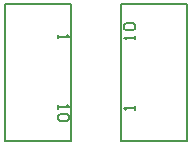
<source format=gto>
G04*
G04 #@! TF.GenerationSoftware,Altium Limited,Altium Designer,18.1.9 (240)*
G04*
G04 Layer_Color=65535*
%FSLAX44Y44*%
%MOMM*%
G71*
G01*
G75*
%ADD10C,0.1270*%
%ADD11C,0.2000*%
D10*
X157100Y3000D02*
Y117000D01*
Y2000D02*
Y118001D01*
X101101Y2000D02*
Y118001D01*
Y2000D02*
X157100D01*
X101101Y118001D02*
X157100D01*
X2900Y3000D02*
Y117000D01*
Y1999D02*
Y118000D01*
X58899Y1999D02*
Y118000D01*
X2900D02*
X58899D01*
X2900Y1999D02*
X58899D01*
D11*
X112290Y87940D02*
Y90939D01*
Y89439D01*
X103293D01*
X104792Y87940D01*
Y95438D02*
X103293Y96937D01*
Y99936D01*
X104792Y101436D01*
X110790D01*
X112290Y99936D01*
Y96937D01*
X110790Y95438D01*
X104792D01*
X112290Y28250D02*
Y31249D01*
Y29750D01*
X103293D01*
X104792Y28250D01*
X47710Y32060D02*
Y29061D01*
Y30561D01*
X56707D01*
X55208Y32060D01*
Y24562D02*
X56707Y23063D01*
Y20064D01*
X55208Y18564D01*
X49210D01*
X47710Y20064D01*
Y23063D01*
X49210Y24562D01*
X55208D01*
X47710Y91750D02*
Y88751D01*
Y90251D01*
X56707D01*
X55208Y91750D01*
M02*

</source>
